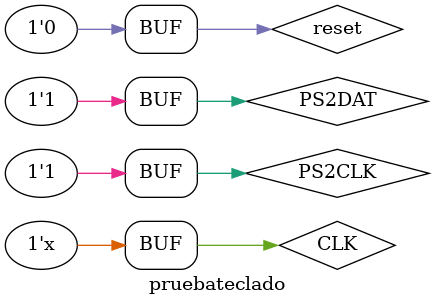
<source format=v>
`timescale 1ns / 1ps


module pruebateclado;

	// Inputs
	reg CLK;
	reg reset;

	// Outputs
	wire vsync;
	wire hsync;
	wire [2:0] VGA_R;
	wire [2:0] VGA_G;
	wire [1:0] VGA_B;

	// Bidirs
	reg PS2DAT;
	reg PS2CLK;

	// Instantiate the Unit Under Test (UUT)
	TopProcessor uut (
		.CLK(CLK), 
		.reset(reset), 
		.vsync(vsync), 
		.hsync(hsync), 
		.VGA_R(VGA_R), 
		.VGA_G(VGA_G), 
		.VGA_B(VGA_B), 
		.PS2DAT(PS2DAT), 
		.PS2CLK(PS2CLK)
	);

initial begin
		reset = 0;
		
		// Initialize Inputs
		CLK = 0;

		// Wait 100 ns for global reset to finish
		#10;
        
		  PS2CLK = 1;
		  PS2DAT = 1;
		  
		  //START
		  #45000 PS2DAT = 0;
		  #5000 PS2CLK = 0;
		  #40000 PS2CLK = 1;
		  //1
		  #45000 PS2DAT = 1;
		  #5000 PS2CLK = 0;
		  #40000 PS2CLK = 1;
		  //2
		  #45000 PS2DAT = 0;
		  #5000 PS2CLK = 0;
		  #40000 PS2CLK = 1;
		  //3
		  #45000 PS2DAT = 1;
		  #5000 PS2CLK = 0;
		  #40000 PS2CLK = 1;
		  //4
		  #45000 PS2DAT = 0;
		  #5000 PS2CLK = 0;
		  #40000 PS2CLK = 1;
		  //5
		  #45000 PS2DAT = 1;
		  #5000 PS2CLK = 0;
		  #40000 PS2CLK = 1;
		  //6
		  #45000 PS2DAT = 0;
		  #5000 PS2CLK = 0;
		  #40000 PS2CLK = 1;
		  //7
		  #45000 PS2DAT = 0;
		  #5000 PS2CLK = 0;
		  #40000 PS2CLK = 1;
		  //8
		  #45000 PS2DAT = 0;
		  #5000 PS2CLK = 0;
		  #40000 PS2CLK = 1;
		  //PARITY
		  #45000 PS2DAT = 0;
		  #5000 PS2CLK = 0;
		  #40000 PS2CLK = 1;
		  //STOP
		  #45000 PS2DAT = 1;
		  #5000 PS2CLK = 0;
		  #40000 PS2CLK = 1;
		// Add stimulus here
		
		#40000
		
		//START
		  #45000 PS2DAT = 0;
		  #5000 PS2CLK = 0;
		  #40000 PS2CLK = 1;
		  //1
		  #45000 PS2DAT = 0;
		  #5000 PS2CLK = 0;
		  #40000 PS2CLK = 1;
		  //2
		  #45000 PS2DAT = 0;
		  #5000 PS2CLK = 0;
		  #40000 PS2CLK = 1;
		  //3
		  #45000 PS2DAT = 1;
		  #5000 PS2CLK = 0;
		  #40000 PS2CLK = 1;
		  //4
		  #45000 PS2DAT = 1;
		  #5000 PS2CLK = 0;
		  #40000 PS2CLK = 1;
		  //5
		  #45000 PS2DAT = 1;
		  #5000 PS2CLK = 0;
		  #40000 PS2CLK = 1;
		  //6
		  #45000 PS2DAT = 0;
		  #5000 PS2CLK = 0;
		  #40000 PS2CLK = 1;
		  //7
		  #45000 PS2DAT = 0;
		  #5000 PS2CLK = 0;
		  #40000 PS2CLK = 1;
		  //8
		  #45000 PS2DAT = 0;
		  #5000 PS2CLK = 0;
		  #40000 PS2CLK = 1;
		  //PARITY
		  #45000 PS2DAT = 0;
		  #5000 PS2CLK = 0;
		  #40000 PS2CLK = 1;
		  //STOP
		  #45000 PS2DAT = 1;
		  #5000 PS2CLK = 0;
		  #40000 PS2CLK = 1;
		

	end
	
	always
	begin
		#5 CLK = ~CLK;
   end

	
      
endmodule


</source>
